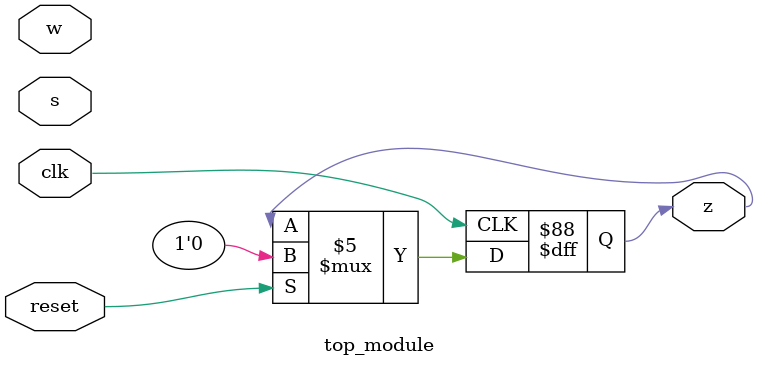
<source format=sv>
module top_module (
	input clk,
	input reset,
	input s,
	input w,
	output reg z
);

reg [3:0] state, next_state;

parameter A = 4'b0001;
parameter B = 4'b0010;
parameter C = 4'b0011;
parameter S10 = 4'b0100;
parameter S11 = 4'b0101;
parameter S20 = 4'b0110;
parameter S21 = 4'b0111;
parameter S22 = 4'b1000;

always @(posedge clk) begin
	if (reset) begin
		state <= A;
	end else begin
		state <= next_state;
	end
end

always @* begin
	case(state)
		A: begin
			if (s) begin
				next_state = B;
			end else begin
				next_state = A;
			end
		end
		B: begin
			if (w) begin
				next_state = S11;
			end else begin
				next_state = S10;
			end
		end
		C: begin
			if (w) begin
				next_state = S11;
			end else begin
				next_state = S10;
			end
		end
		S10: begin
			if (w) begin
				next_state = S21;
			end else begin
				next_state = S20;
			end
		end
		S11: begin
			if (w) begin
				next_state = S22;
			end else begin
				next_state = S21;
			end
		end
		S20: begin
			next_state = B;
		end
		S21: begin
			if (w) begin
				next_state = C;
			end else begin
				next_state = B;
			end
		end
		S22: begin
			if (w) begin
				next_state = B;
			end else begin
				next_state = C;
			end
		end
	endcase
end

always @(posedge clk) begin
	case(state)
		A: begin
			// Code for state A
			// ...
		end
		B: begin
			// Code for state B
			// ...
		end
		C: begin
			// Code for state C
			// ...
		end
		S10: begin
			// Code for state S10
			// ...
		end
		S11: begin
			// Code for state S11
			// ...
		end
		S20: begin
			// Code for state S20
			// ...
		end
		S21: begin
			// Code for state S21
			// ...
		end
		S22: begin
			// Code for state S22
			// ...
		end
	endcase
end

always @(posedge clk) begin
	if (reset) begin
		z <= 0;
	end else begin
		case(state)
			A: begin
				// Output logic for state A
				// ...
			end
			B: begin
				// Output logic for state B
				// ...
			end
			C: begin
				// Output logic for state C
				// ...
			end
			S10: begin
				// Output logic for state S10
				// ...
			end
			S11: begin
				// Output logic for state S11
				// ...
			end
			S20: begin
				// Output logic for state S20
				// ...
			end
			S21: begin
				// Output logic for state S21
				// ...
			end
			S22: begin
				// Output logic for state S22
				// ...
			end
		endcase
	end
end

endmodule

</source>
